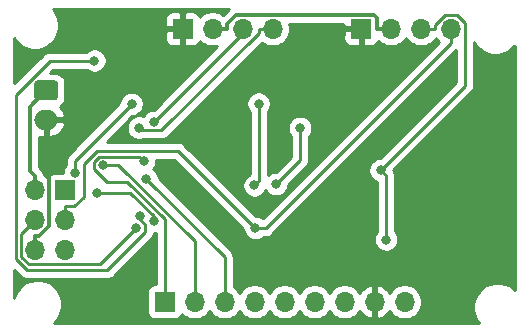
<source format=gbr>
%TF.GenerationSoftware,KiCad,Pcbnew,(5.1.8)-1*%
%TF.CreationDate,2020-12-16T21:52:19-05:00*%
%TF.ProjectId,Arduino Clone,41726475-696e-46f2-9043-6c6f6e652e6b,1.0*%
%TF.SameCoordinates,Original*%
%TF.FileFunction,Copper,L2,Bot*%
%TF.FilePolarity,Positive*%
%FSLAX46Y46*%
G04 Gerber Fmt 4.6, Leading zero omitted, Abs format (unit mm)*
G04 Created by KiCad (PCBNEW (5.1.8)-1) date 2020-12-16 21:52:19*
%MOMM*%
%LPD*%
G01*
G04 APERTURE LIST*
%TA.AperFunction,ComponentPad*%
%ADD10O,2.000000X1.700000*%
%TD*%
%TA.AperFunction,ComponentPad*%
%ADD11R,1.700000X1.700000*%
%TD*%
%TA.AperFunction,ComponentPad*%
%ADD12O,1.700000X1.700000*%
%TD*%
%TA.AperFunction,ViaPad*%
%ADD13C,0.800000*%
%TD*%
%TA.AperFunction,Conductor*%
%ADD14C,0.300000*%
%TD*%
%TA.AperFunction,Conductor*%
%ADD15C,0.250000*%
%TD*%
%TA.AperFunction,Conductor*%
%ADD16C,0.254000*%
%TD*%
%TA.AperFunction,Conductor*%
%ADD17C,0.100000*%
%TD*%
G04 APERTURE END LIST*
%TO.P,BT1,1*%
%TO.N,/Vcc*%
%TA.AperFunction,ComponentPad*%
G36*
G01*
X144982000Y-107544000D02*
X146482000Y-107544000D01*
G75*
G02*
X146732000Y-107794000I0J-250000D01*
G01*
X146732000Y-108994000D01*
G75*
G02*
X146482000Y-109244000I-250000J0D01*
G01*
X144982000Y-109244000D01*
G75*
G02*
X144732000Y-108994000I0J250000D01*
G01*
X144732000Y-107794000D01*
G75*
G02*
X144982000Y-107544000I250000J0D01*
G01*
G37*
%TD.AperFunction*%
D10*
%TO.P,BT1,2*%
%TO.N,GNDPWR*%
X145732000Y-110894000D03*
%TD*%
D11*
%TO.P,J1,1*%
%TO.N,/D2*%
X155766000Y-126302000D03*
D12*
%TO.P,J1,2*%
%TO.N,/D3*%
X158306000Y-126302000D03*
%TO.P,J1,3*%
%TO.N,/D4*%
X160846000Y-126302000D03*
%TO.P,J1,4*%
%TO.N,/D5*%
X163386000Y-126302000D03*
%TO.P,J1,5*%
%TO.N,/D6*%
X165926000Y-126302000D03*
%TO.P,J1,6*%
%TO.N,/D7*%
X168466000Y-126302000D03*
%TO.P,J1,7*%
%TO.N,/D8*%
X171006000Y-126302000D03*
%TO.P,J1,8*%
%TO.N,GNDPWR*%
X173546000Y-126302000D03*
%TO.P,J1,9*%
%TO.N,/Vcc*%
X176086000Y-126302000D03*
%TD*%
D11*
%TO.P,J2,1*%
%TO.N,/MISO*%
X147320000Y-116840000D03*
D12*
%TO.P,J2,2*%
%TO.N,/Vcc*%
X144780000Y-116840000D03*
%TO.P,J2,3*%
%TO.N,/SCK*%
X147320000Y-119380000D03*
%TO.P,J2,4*%
%TO.N,/MOSI*%
X144780000Y-119380000D03*
%TO.P,J2,5*%
%TO.N,/RESET*%
X147320000Y-121920000D03*
%TO.P,J2,6*%
%TO.N,GNDPWR*%
X144780000Y-121920000D03*
%TD*%
%TO.P,J3,4*%
%TO.N,/Tx*%
X164910000Y-103188000D03*
%TO.P,J3,3*%
%TO.N,/Rx*%
X162370000Y-103188000D03*
%TO.P,J3,2*%
%TO.N,/Vcc*%
X159830000Y-103188000D03*
D11*
%TO.P,J3,1*%
%TO.N,GNDPWR*%
X157290000Y-103188000D03*
%TD*%
%TO.P,J4,1*%
%TO.N,GNDPWR*%
X172402000Y-103188000D03*
D12*
%TO.P,J4,2*%
%TO.N,/Vcc*%
X174942000Y-103188000D03*
%TO.P,J4,3*%
%TO.N,/SDA*%
X177482000Y-103188000D03*
%TO.P,J4,4*%
%TO.N,/SCK*%
X180022000Y-103188000D03*
%TD*%
D13*
%TO.N,Net-(C1-Pad1)*%
X153724700Y-119042200D03*
X149831600Y-105872200D03*
%TO.N,Net-(C2-Pad1)*%
X152984800Y-109542800D03*
X148185800Y-115383000D03*
%TO.N,/SCK*%
X163460900Y-120065500D03*
%TO.N,/D2*%
X154016300Y-114382300D03*
%TO.N,/D3*%
X150541500Y-114729900D03*
%TO.N,/D4*%
X154225000Y-115883000D03*
%TO.N,/MISO*%
X150053600Y-117063200D03*
X154837400Y-119433900D03*
%TO.N,/MOSI*%
X153389100Y-120042900D03*
%TO.N,/Tx*%
X153599200Y-111556500D03*
%TO.N,/Rx*%
X154872500Y-111059400D03*
%TO.N,/SDA*%
X174527600Y-121027500D03*
X174060100Y-115142000D03*
%TO.N,/ADDS1*%
X163735500Y-109511700D03*
X163369100Y-116441300D03*
%TO.N,/ADDS2*%
X165201800Y-116342000D03*
X167234300Y-111569000D03*
%TD*%
D14*
%TO.N,/Vcc*%
X159830000Y-103188000D02*
X161030300Y-103188000D01*
X174942000Y-103188000D02*
X173741700Y-103188000D01*
X161030300Y-103188000D02*
X161030300Y-102812900D01*
X161030300Y-102812900D02*
X161855600Y-101987600D01*
X161855600Y-101987600D02*
X173478000Y-101987600D01*
X173478000Y-101987600D02*
X173741700Y-102251300D01*
X173741700Y-102251300D02*
X173741700Y-103188000D01*
X144780000Y-116840000D02*
X144780000Y-115639700D01*
X144780000Y-115639700D02*
X144357400Y-115217100D01*
X144357400Y-115217100D02*
X144357400Y-109768600D01*
X144357400Y-109768600D02*
X145732000Y-108394000D01*
%TO.N,GNDPWR*%
X157290000Y-103188000D02*
X156089700Y-103188000D01*
X156089700Y-103188000D02*
X148383700Y-110894000D01*
X148383700Y-110894000D02*
X145732000Y-110894000D01*
X145732000Y-110894000D02*
X145732000Y-112094300D01*
X144780000Y-121920000D02*
X144780000Y-120719700D01*
X144780000Y-120719700D02*
X145155100Y-120719700D01*
X145155100Y-120719700D02*
X146022700Y-119852100D01*
X146022700Y-119852100D02*
X146022700Y-112385000D01*
X146022700Y-112385000D02*
X145732000Y-112094300D01*
D15*
%TO.N,Net-(C1-Pad1)*%
X153724700Y-119042200D02*
X153724700Y-119346900D01*
X153724700Y-119346900D02*
X154114500Y-119736700D01*
X154114500Y-119736700D02*
X154114500Y-120422600D01*
X154114500Y-120422600D02*
X150922900Y-123614200D01*
X150922900Y-123614200D02*
X144115600Y-123614200D01*
X144115600Y-123614200D02*
X143152900Y-122651500D01*
X143152900Y-122651500D02*
X143152900Y-108760900D01*
X143152900Y-108760900D02*
X146041600Y-105872200D01*
X146041600Y-105872200D02*
X149831600Y-105872200D01*
%TO.N,Net-(C2-Pad1)*%
X148185800Y-115383000D02*
X148185800Y-114341800D01*
X148185800Y-114341800D02*
X152984800Y-109542800D01*
%TO.N,/SCK*%
X147320000Y-118204700D02*
X148128100Y-118204700D01*
X148128100Y-118204700D02*
X148945600Y-117387200D01*
X148945600Y-117387200D02*
X148945600Y-114619100D01*
X148945600Y-114619100D02*
X150071800Y-113492900D01*
X150071800Y-113492900D02*
X156888300Y-113492900D01*
X156888300Y-113492900D02*
X163460900Y-120065500D01*
X163460900Y-120065500D02*
X164319800Y-120065500D01*
X164319800Y-120065500D02*
X180022000Y-104363300D01*
X147320000Y-119380000D02*
X147320000Y-118204700D01*
X180022000Y-103188000D02*
X180022000Y-104363300D01*
%TO.N,/D2*%
X155766000Y-125126700D02*
X155766000Y-119326000D01*
X155766000Y-119326000D02*
X152624500Y-116184500D01*
X152624500Y-116184500D02*
X150918500Y-116184500D01*
X150918500Y-116184500D02*
X149798100Y-115064100D01*
X149798100Y-115064100D02*
X149798100Y-114447500D01*
X149798100Y-114447500D02*
X150241100Y-114004500D01*
X150241100Y-114004500D02*
X153638500Y-114004500D01*
X153638500Y-114004500D02*
X154016300Y-114382300D01*
X155766000Y-126302000D02*
X155766000Y-125126700D01*
%TO.N,/D3*%
X158306000Y-125126700D02*
X158306000Y-121172100D01*
X158306000Y-121172100D02*
X151863800Y-114729900D01*
X151863800Y-114729900D02*
X150541500Y-114729900D01*
X158306000Y-126302000D02*
X158306000Y-125126700D01*
%TO.N,/D4*%
X160846000Y-126302000D02*
X160846000Y-122504000D01*
X160846000Y-122504000D02*
X154225000Y-115883000D01*
%TO.N,/MISO*%
X154837400Y-119433900D02*
X154837400Y-119048900D01*
X154837400Y-119048900D02*
X152851700Y-117063200D01*
X152851700Y-117063200D02*
X150053600Y-117063200D01*
%TO.N,/MOSI*%
X153389100Y-120042900D02*
X150321600Y-123110400D01*
X150321600Y-123110400D02*
X144250100Y-123110400D01*
X144250100Y-123110400D02*
X143604600Y-122464900D01*
X143604600Y-122464900D02*
X143604600Y-120555400D01*
X143604600Y-120555400D02*
X144780000Y-119380000D01*
%TO.N,/Tx*%
X163734700Y-103188000D02*
X163734700Y-103555300D01*
X163734700Y-103555300D02*
X155499600Y-111790400D01*
X155499600Y-111790400D02*
X153833100Y-111790400D01*
X153833100Y-111790400D02*
X153599200Y-111556500D01*
X164910000Y-103188000D02*
X163734700Y-103188000D01*
%TO.N,/Rx*%
X154872500Y-111059400D02*
X162370000Y-103561900D01*
X162370000Y-103561900D02*
X162370000Y-103188000D01*
%TO.N,/SDA*%
X174060100Y-115142000D02*
X174527600Y-115609500D01*
X174527600Y-115609500D02*
X174527600Y-121027500D01*
X178657300Y-103188000D02*
X178657300Y-102820700D01*
X178657300Y-102820700D02*
X179483600Y-101994400D01*
X179483600Y-101994400D02*
X180499900Y-101994400D01*
X180499900Y-101994400D02*
X181201600Y-102696100D01*
X181201600Y-102696100D02*
X181201600Y-108000500D01*
X181201600Y-108000500D02*
X174060100Y-115142000D01*
X177482000Y-103188000D02*
X178657300Y-103188000D01*
%TO.N,/ADDS1*%
X163735500Y-109511700D02*
X163735500Y-116074900D01*
X163735500Y-116074900D02*
X163369100Y-116441300D01*
%TO.N,/ADDS2*%
X165201800Y-116342000D02*
X167234300Y-114309500D01*
X167234300Y-114309500D02*
X167234300Y-111569000D01*
%TD*%
D16*
%TO.N,GNDPWR*%
X182163457Y-104632135D02*
X182451365Y-104920043D01*
X182789909Y-105146250D01*
X183166079Y-105302065D01*
X183565418Y-105381499D01*
X183972582Y-105381499D01*
X184371921Y-105302065D01*
X184748091Y-105146250D01*
X185086635Y-104920043D01*
X185374543Y-104632135D01*
X185395000Y-104601519D01*
X185395001Y-125258323D01*
X185277135Y-125140457D01*
X184938591Y-124914250D01*
X184562421Y-124758435D01*
X184163082Y-124679001D01*
X183755918Y-124679001D01*
X183356579Y-124758435D01*
X182980409Y-124914250D01*
X182641865Y-125140457D01*
X182353957Y-125428365D01*
X182127750Y-125766909D01*
X181971935Y-126143079D01*
X181892501Y-126542418D01*
X181892501Y-126949582D01*
X181971935Y-127348921D01*
X182127750Y-127725091D01*
X182347853Y-128054500D01*
X146394678Y-128054500D01*
X146639543Y-127809635D01*
X146865750Y-127471091D01*
X147021565Y-127094921D01*
X147100999Y-126695582D01*
X147100999Y-126288418D01*
X147021565Y-125889079D01*
X146865750Y-125512909D01*
X146639543Y-125174365D01*
X146351635Y-124886457D01*
X146013091Y-124660250D01*
X145636921Y-124504435D01*
X145237582Y-124425001D01*
X144830418Y-124425001D01*
X144431079Y-124504435D01*
X144054909Y-124660250D01*
X143716365Y-124886457D01*
X143428457Y-125174365D01*
X143202250Y-125512909D01*
X143046435Y-125889079D01*
X143027000Y-125986785D01*
X143027000Y-123600402D01*
X143551805Y-124125208D01*
X143575599Y-124154201D01*
X143604592Y-124177995D01*
X143604596Y-124177999D01*
X143675285Y-124236011D01*
X143691324Y-124249174D01*
X143823353Y-124319746D01*
X143966614Y-124363203D01*
X144078267Y-124374200D01*
X144078276Y-124374200D01*
X144115599Y-124377876D01*
X144152922Y-124374200D01*
X150885578Y-124374200D01*
X150922900Y-124377876D01*
X150960222Y-124374200D01*
X150960233Y-124374200D01*
X151071886Y-124363203D01*
X151215147Y-124319746D01*
X151347176Y-124249174D01*
X151462901Y-124154201D01*
X151486704Y-124125197D01*
X154625503Y-120986399D01*
X154654501Y-120962601D01*
X154684899Y-120925561D01*
X154749474Y-120846877D01*
X154820046Y-120714847D01*
X154863503Y-120571586D01*
X154873617Y-120468900D01*
X154939339Y-120468900D01*
X155006001Y-120455640D01*
X155006000Y-124813928D01*
X154916000Y-124813928D01*
X154791518Y-124826188D01*
X154671820Y-124862498D01*
X154561506Y-124921463D01*
X154464815Y-125000815D01*
X154385463Y-125097506D01*
X154326498Y-125207820D01*
X154290188Y-125327518D01*
X154277928Y-125452000D01*
X154277928Y-127152000D01*
X154290188Y-127276482D01*
X154326498Y-127396180D01*
X154385463Y-127506494D01*
X154464815Y-127603185D01*
X154561506Y-127682537D01*
X154671820Y-127741502D01*
X154791518Y-127777812D01*
X154916000Y-127790072D01*
X156616000Y-127790072D01*
X156740482Y-127777812D01*
X156860180Y-127741502D01*
X156970494Y-127682537D01*
X157067185Y-127603185D01*
X157146537Y-127506494D01*
X157205502Y-127396180D01*
X157227513Y-127323620D01*
X157359368Y-127455475D01*
X157602589Y-127617990D01*
X157872842Y-127729932D01*
X158159740Y-127787000D01*
X158452260Y-127787000D01*
X158739158Y-127729932D01*
X159009411Y-127617990D01*
X159252632Y-127455475D01*
X159459475Y-127248632D01*
X159576000Y-127074240D01*
X159692525Y-127248632D01*
X159899368Y-127455475D01*
X160142589Y-127617990D01*
X160412842Y-127729932D01*
X160699740Y-127787000D01*
X160992260Y-127787000D01*
X161279158Y-127729932D01*
X161549411Y-127617990D01*
X161792632Y-127455475D01*
X161999475Y-127248632D01*
X162116000Y-127074240D01*
X162232525Y-127248632D01*
X162439368Y-127455475D01*
X162682589Y-127617990D01*
X162952842Y-127729932D01*
X163239740Y-127787000D01*
X163532260Y-127787000D01*
X163819158Y-127729932D01*
X164089411Y-127617990D01*
X164332632Y-127455475D01*
X164539475Y-127248632D01*
X164656000Y-127074240D01*
X164772525Y-127248632D01*
X164979368Y-127455475D01*
X165222589Y-127617990D01*
X165492842Y-127729932D01*
X165779740Y-127787000D01*
X166072260Y-127787000D01*
X166359158Y-127729932D01*
X166629411Y-127617990D01*
X166872632Y-127455475D01*
X167079475Y-127248632D01*
X167196000Y-127074240D01*
X167312525Y-127248632D01*
X167519368Y-127455475D01*
X167762589Y-127617990D01*
X168032842Y-127729932D01*
X168319740Y-127787000D01*
X168612260Y-127787000D01*
X168899158Y-127729932D01*
X169169411Y-127617990D01*
X169412632Y-127455475D01*
X169619475Y-127248632D01*
X169736000Y-127074240D01*
X169852525Y-127248632D01*
X170059368Y-127455475D01*
X170302589Y-127617990D01*
X170572842Y-127729932D01*
X170859740Y-127787000D01*
X171152260Y-127787000D01*
X171439158Y-127729932D01*
X171709411Y-127617990D01*
X171952632Y-127455475D01*
X172159475Y-127248632D01*
X172281195Y-127066466D01*
X172350822Y-127183355D01*
X172545731Y-127399588D01*
X172779080Y-127573641D01*
X173041901Y-127698825D01*
X173189110Y-127743476D01*
X173419000Y-127622155D01*
X173419000Y-126429000D01*
X173399000Y-126429000D01*
X173399000Y-126175000D01*
X173419000Y-126175000D01*
X173419000Y-124981845D01*
X173673000Y-124981845D01*
X173673000Y-126175000D01*
X173693000Y-126175000D01*
X173693000Y-126429000D01*
X173673000Y-126429000D01*
X173673000Y-127622155D01*
X173902890Y-127743476D01*
X174050099Y-127698825D01*
X174312920Y-127573641D01*
X174546269Y-127399588D01*
X174741178Y-127183355D01*
X174810805Y-127066466D01*
X174932525Y-127248632D01*
X175139368Y-127455475D01*
X175382589Y-127617990D01*
X175652842Y-127729932D01*
X175939740Y-127787000D01*
X176232260Y-127787000D01*
X176519158Y-127729932D01*
X176789411Y-127617990D01*
X177032632Y-127455475D01*
X177239475Y-127248632D01*
X177401990Y-127005411D01*
X177513932Y-126735158D01*
X177571000Y-126448260D01*
X177571000Y-126155740D01*
X177513932Y-125868842D01*
X177401990Y-125598589D01*
X177239475Y-125355368D01*
X177032632Y-125148525D01*
X176789411Y-124986010D01*
X176519158Y-124874068D01*
X176232260Y-124817000D01*
X175939740Y-124817000D01*
X175652842Y-124874068D01*
X175382589Y-124986010D01*
X175139368Y-125148525D01*
X174932525Y-125355368D01*
X174810805Y-125537534D01*
X174741178Y-125420645D01*
X174546269Y-125204412D01*
X174312920Y-125030359D01*
X174050099Y-124905175D01*
X173902890Y-124860524D01*
X173673000Y-124981845D01*
X173419000Y-124981845D01*
X173189110Y-124860524D01*
X173041901Y-124905175D01*
X172779080Y-125030359D01*
X172545731Y-125204412D01*
X172350822Y-125420645D01*
X172281195Y-125537534D01*
X172159475Y-125355368D01*
X171952632Y-125148525D01*
X171709411Y-124986010D01*
X171439158Y-124874068D01*
X171152260Y-124817000D01*
X170859740Y-124817000D01*
X170572842Y-124874068D01*
X170302589Y-124986010D01*
X170059368Y-125148525D01*
X169852525Y-125355368D01*
X169736000Y-125529760D01*
X169619475Y-125355368D01*
X169412632Y-125148525D01*
X169169411Y-124986010D01*
X168899158Y-124874068D01*
X168612260Y-124817000D01*
X168319740Y-124817000D01*
X168032842Y-124874068D01*
X167762589Y-124986010D01*
X167519368Y-125148525D01*
X167312525Y-125355368D01*
X167196000Y-125529760D01*
X167079475Y-125355368D01*
X166872632Y-125148525D01*
X166629411Y-124986010D01*
X166359158Y-124874068D01*
X166072260Y-124817000D01*
X165779740Y-124817000D01*
X165492842Y-124874068D01*
X165222589Y-124986010D01*
X164979368Y-125148525D01*
X164772525Y-125355368D01*
X164656000Y-125529760D01*
X164539475Y-125355368D01*
X164332632Y-125148525D01*
X164089411Y-124986010D01*
X163819158Y-124874068D01*
X163532260Y-124817000D01*
X163239740Y-124817000D01*
X162952842Y-124874068D01*
X162682589Y-124986010D01*
X162439368Y-125148525D01*
X162232525Y-125355368D01*
X162116000Y-125529760D01*
X161999475Y-125355368D01*
X161792632Y-125148525D01*
X161606000Y-125023822D01*
X161606000Y-122541322D01*
X161609676Y-122504000D01*
X161606000Y-122466677D01*
X161606000Y-122466667D01*
X161595003Y-122355014D01*
X161551546Y-122211753D01*
X161530647Y-122172654D01*
X161480974Y-122079723D01*
X161409799Y-121992997D01*
X161386001Y-121963999D01*
X161357003Y-121940201D01*
X155260000Y-115843199D01*
X155260000Y-115781061D01*
X155220226Y-115581102D01*
X155142205Y-115392744D01*
X155028937Y-115223226D01*
X154884774Y-115079063D01*
X154823070Y-115037834D01*
X154933505Y-114872556D01*
X155011526Y-114684198D01*
X155051300Y-114484239D01*
X155051300Y-114280361D01*
X155045838Y-114252900D01*
X156573499Y-114252900D01*
X162425900Y-120105302D01*
X162425900Y-120167439D01*
X162465674Y-120367398D01*
X162543695Y-120555756D01*
X162656963Y-120725274D01*
X162801126Y-120869437D01*
X162970644Y-120982705D01*
X163159002Y-121060726D01*
X163358961Y-121100500D01*
X163562839Y-121100500D01*
X163762798Y-121060726D01*
X163951156Y-120982705D01*
X164120674Y-120869437D01*
X164164611Y-120825500D01*
X164282478Y-120825500D01*
X164319800Y-120829176D01*
X164357122Y-120825500D01*
X164357133Y-120825500D01*
X164468786Y-120814503D01*
X164612047Y-120771046D01*
X164744076Y-120700474D01*
X164859801Y-120605501D01*
X164883604Y-120576497D01*
X180441600Y-105018502D01*
X180441601Y-107685697D01*
X174020299Y-114107000D01*
X173958161Y-114107000D01*
X173758202Y-114146774D01*
X173569844Y-114224795D01*
X173400326Y-114338063D01*
X173256163Y-114482226D01*
X173142895Y-114651744D01*
X173064874Y-114840102D01*
X173025100Y-115040061D01*
X173025100Y-115243939D01*
X173064874Y-115443898D01*
X173142895Y-115632256D01*
X173256163Y-115801774D01*
X173400326Y-115945937D01*
X173569844Y-116059205D01*
X173758202Y-116137226D01*
X173767600Y-116139095D01*
X173767601Y-120323788D01*
X173723663Y-120367726D01*
X173610395Y-120537244D01*
X173532374Y-120725602D01*
X173492600Y-120925561D01*
X173492600Y-121129439D01*
X173532374Y-121329398D01*
X173610395Y-121517756D01*
X173723663Y-121687274D01*
X173867826Y-121831437D01*
X174037344Y-121944705D01*
X174225702Y-122022726D01*
X174425661Y-122062500D01*
X174629539Y-122062500D01*
X174829498Y-122022726D01*
X175017856Y-121944705D01*
X175187374Y-121831437D01*
X175331537Y-121687274D01*
X175444805Y-121517756D01*
X175522826Y-121329398D01*
X175562600Y-121129439D01*
X175562600Y-120925561D01*
X175522826Y-120725602D01*
X175444805Y-120537244D01*
X175331537Y-120367726D01*
X175287600Y-120323789D01*
X175287600Y-115646823D01*
X175291276Y-115609500D01*
X175287600Y-115572177D01*
X175287600Y-115572167D01*
X175276603Y-115460514D01*
X175233146Y-115317253D01*
X175162574Y-115185224D01*
X175130617Y-115146284D01*
X181712603Y-108564299D01*
X181741601Y-108540501D01*
X181793961Y-108476700D01*
X181836574Y-108424777D01*
X181907146Y-108292747D01*
X181928940Y-108220899D01*
X181950603Y-108149486D01*
X181961600Y-108037833D01*
X181961600Y-108037824D01*
X181965276Y-108000501D01*
X181961600Y-107963178D01*
X181961600Y-104330033D01*
X182163457Y-104632135D01*
%TA.AperFunction,Conductor*%
D17*
G36*
X182163457Y-104632135D02*
G01*
X182451365Y-104920043D01*
X182789909Y-105146250D01*
X183166079Y-105302065D01*
X183565418Y-105381499D01*
X183972582Y-105381499D01*
X184371921Y-105302065D01*
X184748091Y-105146250D01*
X185086635Y-104920043D01*
X185374543Y-104632135D01*
X185395000Y-104601519D01*
X185395001Y-125258323D01*
X185277135Y-125140457D01*
X184938591Y-124914250D01*
X184562421Y-124758435D01*
X184163082Y-124679001D01*
X183755918Y-124679001D01*
X183356579Y-124758435D01*
X182980409Y-124914250D01*
X182641865Y-125140457D01*
X182353957Y-125428365D01*
X182127750Y-125766909D01*
X181971935Y-126143079D01*
X181892501Y-126542418D01*
X181892501Y-126949582D01*
X181971935Y-127348921D01*
X182127750Y-127725091D01*
X182347853Y-128054500D01*
X146394678Y-128054500D01*
X146639543Y-127809635D01*
X146865750Y-127471091D01*
X147021565Y-127094921D01*
X147100999Y-126695582D01*
X147100999Y-126288418D01*
X147021565Y-125889079D01*
X146865750Y-125512909D01*
X146639543Y-125174365D01*
X146351635Y-124886457D01*
X146013091Y-124660250D01*
X145636921Y-124504435D01*
X145237582Y-124425001D01*
X144830418Y-124425001D01*
X144431079Y-124504435D01*
X144054909Y-124660250D01*
X143716365Y-124886457D01*
X143428457Y-125174365D01*
X143202250Y-125512909D01*
X143046435Y-125889079D01*
X143027000Y-125986785D01*
X143027000Y-123600402D01*
X143551805Y-124125208D01*
X143575599Y-124154201D01*
X143604592Y-124177995D01*
X143604596Y-124177999D01*
X143675285Y-124236011D01*
X143691324Y-124249174D01*
X143823353Y-124319746D01*
X143966614Y-124363203D01*
X144078267Y-124374200D01*
X144078276Y-124374200D01*
X144115599Y-124377876D01*
X144152922Y-124374200D01*
X150885578Y-124374200D01*
X150922900Y-124377876D01*
X150960222Y-124374200D01*
X150960233Y-124374200D01*
X151071886Y-124363203D01*
X151215147Y-124319746D01*
X151347176Y-124249174D01*
X151462901Y-124154201D01*
X151486704Y-124125197D01*
X154625503Y-120986399D01*
X154654501Y-120962601D01*
X154684899Y-120925561D01*
X154749474Y-120846877D01*
X154820046Y-120714847D01*
X154863503Y-120571586D01*
X154873617Y-120468900D01*
X154939339Y-120468900D01*
X155006001Y-120455640D01*
X155006000Y-124813928D01*
X154916000Y-124813928D01*
X154791518Y-124826188D01*
X154671820Y-124862498D01*
X154561506Y-124921463D01*
X154464815Y-125000815D01*
X154385463Y-125097506D01*
X154326498Y-125207820D01*
X154290188Y-125327518D01*
X154277928Y-125452000D01*
X154277928Y-127152000D01*
X154290188Y-127276482D01*
X154326498Y-127396180D01*
X154385463Y-127506494D01*
X154464815Y-127603185D01*
X154561506Y-127682537D01*
X154671820Y-127741502D01*
X154791518Y-127777812D01*
X154916000Y-127790072D01*
X156616000Y-127790072D01*
X156740482Y-127777812D01*
X156860180Y-127741502D01*
X156970494Y-127682537D01*
X157067185Y-127603185D01*
X157146537Y-127506494D01*
X157205502Y-127396180D01*
X157227513Y-127323620D01*
X157359368Y-127455475D01*
X157602589Y-127617990D01*
X157872842Y-127729932D01*
X158159740Y-127787000D01*
X158452260Y-127787000D01*
X158739158Y-127729932D01*
X159009411Y-127617990D01*
X159252632Y-127455475D01*
X159459475Y-127248632D01*
X159576000Y-127074240D01*
X159692525Y-127248632D01*
X159899368Y-127455475D01*
X160142589Y-127617990D01*
X160412842Y-127729932D01*
X160699740Y-127787000D01*
X160992260Y-127787000D01*
X161279158Y-127729932D01*
X161549411Y-127617990D01*
X161792632Y-127455475D01*
X161999475Y-127248632D01*
X162116000Y-127074240D01*
X162232525Y-127248632D01*
X162439368Y-127455475D01*
X162682589Y-127617990D01*
X162952842Y-127729932D01*
X163239740Y-127787000D01*
X163532260Y-127787000D01*
X163819158Y-127729932D01*
X164089411Y-127617990D01*
X164332632Y-127455475D01*
X164539475Y-127248632D01*
X164656000Y-127074240D01*
X164772525Y-127248632D01*
X164979368Y-127455475D01*
X165222589Y-127617990D01*
X165492842Y-127729932D01*
X165779740Y-127787000D01*
X166072260Y-127787000D01*
X166359158Y-127729932D01*
X166629411Y-127617990D01*
X166872632Y-127455475D01*
X167079475Y-127248632D01*
X167196000Y-127074240D01*
X167312525Y-127248632D01*
X167519368Y-127455475D01*
X167762589Y-127617990D01*
X168032842Y-127729932D01*
X168319740Y-127787000D01*
X168612260Y-127787000D01*
X168899158Y-127729932D01*
X169169411Y-127617990D01*
X169412632Y-127455475D01*
X169619475Y-127248632D01*
X169736000Y-127074240D01*
X169852525Y-127248632D01*
X170059368Y-127455475D01*
X170302589Y-127617990D01*
X170572842Y-127729932D01*
X170859740Y-127787000D01*
X171152260Y-127787000D01*
X171439158Y-127729932D01*
X171709411Y-127617990D01*
X171952632Y-127455475D01*
X172159475Y-127248632D01*
X172281195Y-127066466D01*
X172350822Y-127183355D01*
X172545731Y-127399588D01*
X172779080Y-127573641D01*
X173041901Y-127698825D01*
X173189110Y-127743476D01*
X173419000Y-127622155D01*
X173419000Y-126429000D01*
X173399000Y-126429000D01*
X173399000Y-126175000D01*
X173419000Y-126175000D01*
X173419000Y-124981845D01*
X173673000Y-124981845D01*
X173673000Y-126175000D01*
X173693000Y-126175000D01*
X173693000Y-126429000D01*
X173673000Y-126429000D01*
X173673000Y-127622155D01*
X173902890Y-127743476D01*
X174050099Y-127698825D01*
X174312920Y-127573641D01*
X174546269Y-127399588D01*
X174741178Y-127183355D01*
X174810805Y-127066466D01*
X174932525Y-127248632D01*
X175139368Y-127455475D01*
X175382589Y-127617990D01*
X175652842Y-127729932D01*
X175939740Y-127787000D01*
X176232260Y-127787000D01*
X176519158Y-127729932D01*
X176789411Y-127617990D01*
X177032632Y-127455475D01*
X177239475Y-127248632D01*
X177401990Y-127005411D01*
X177513932Y-126735158D01*
X177571000Y-126448260D01*
X177571000Y-126155740D01*
X177513932Y-125868842D01*
X177401990Y-125598589D01*
X177239475Y-125355368D01*
X177032632Y-125148525D01*
X176789411Y-124986010D01*
X176519158Y-124874068D01*
X176232260Y-124817000D01*
X175939740Y-124817000D01*
X175652842Y-124874068D01*
X175382589Y-124986010D01*
X175139368Y-125148525D01*
X174932525Y-125355368D01*
X174810805Y-125537534D01*
X174741178Y-125420645D01*
X174546269Y-125204412D01*
X174312920Y-125030359D01*
X174050099Y-124905175D01*
X173902890Y-124860524D01*
X173673000Y-124981845D01*
X173419000Y-124981845D01*
X173189110Y-124860524D01*
X173041901Y-124905175D01*
X172779080Y-125030359D01*
X172545731Y-125204412D01*
X172350822Y-125420645D01*
X172281195Y-125537534D01*
X172159475Y-125355368D01*
X171952632Y-125148525D01*
X171709411Y-124986010D01*
X171439158Y-124874068D01*
X171152260Y-124817000D01*
X170859740Y-124817000D01*
X170572842Y-124874068D01*
X170302589Y-124986010D01*
X170059368Y-125148525D01*
X169852525Y-125355368D01*
X169736000Y-125529760D01*
X169619475Y-125355368D01*
X169412632Y-125148525D01*
X169169411Y-124986010D01*
X168899158Y-124874068D01*
X168612260Y-124817000D01*
X168319740Y-124817000D01*
X168032842Y-124874068D01*
X167762589Y-124986010D01*
X167519368Y-125148525D01*
X167312525Y-125355368D01*
X167196000Y-125529760D01*
X167079475Y-125355368D01*
X166872632Y-125148525D01*
X166629411Y-124986010D01*
X166359158Y-124874068D01*
X166072260Y-124817000D01*
X165779740Y-124817000D01*
X165492842Y-124874068D01*
X165222589Y-124986010D01*
X164979368Y-125148525D01*
X164772525Y-125355368D01*
X164656000Y-125529760D01*
X164539475Y-125355368D01*
X164332632Y-125148525D01*
X164089411Y-124986010D01*
X163819158Y-124874068D01*
X163532260Y-124817000D01*
X163239740Y-124817000D01*
X162952842Y-124874068D01*
X162682589Y-124986010D01*
X162439368Y-125148525D01*
X162232525Y-125355368D01*
X162116000Y-125529760D01*
X161999475Y-125355368D01*
X161792632Y-125148525D01*
X161606000Y-125023822D01*
X161606000Y-122541322D01*
X161609676Y-122504000D01*
X161606000Y-122466677D01*
X161606000Y-122466667D01*
X161595003Y-122355014D01*
X161551546Y-122211753D01*
X161530647Y-122172654D01*
X161480974Y-122079723D01*
X161409799Y-121992997D01*
X161386001Y-121963999D01*
X161357003Y-121940201D01*
X155260000Y-115843199D01*
X155260000Y-115781061D01*
X155220226Y-115581102D01*
X155142205Y-115392744D01*
X155028937Y-115223226D01*
X154884774Y-115079063D01*
X154823070Y-115037834D01*
X154933505Y-114872556D01*
X155011526Y-114684198D01*
X155051300Y-114484239D01*
X155051300Y-114280361D01*
X155045838Y-114252900D01*
X156573499Y-114252900D01*
X162425900Y-120105302D01*
X162425900Y-120167439D01*
X162465674Y-120367398D01*
X162543695Y-120555756D01*
X162656963Y-120725274D01*
X162801126Y-120869437D01*
X162970644Y-120982705D01*
X163159002Y-121060726D01*
X163358961Y-121100500D01*
X163562839Y-121100500D01*
X163762798Y-121060726D01*
X163951156Y-120982705D01*
X164120674Y-120869437D01*
X164164611Y-120825500D01*
X164282478Y-120825500D01*
X164319800Y-120829176D01*
X164357122Y-120825500D01*
X164357133Y-120825500D01*
X164468786Y-120814503D01*
X164612047Y-120771046D01*
X164744076Y-120700474D01*
X164859801Y-120605501D01*
X164883604Y-120576497D01*
X180441600Y-105018502D01*
X180441601Y-107685697D01*
X174020299Y-114107000D01*
X173958161Y-114107000D01*
X173758202Y-114146774D01*
X173569844Y-114224795D01*
X173400326Y-114338063D01*
X173256163Y-114482226D01*
X173142895Y-114651744D01*
X173064874Y-114840102D01*
X173025100Y-115040061D01*
X173025100Y-115243939D01*
X173064874Y-115443898D01*
X173142895Y-115632256D01*
X173256163Y-115801774D01*
X173400326Y-115945937D01*
X173569844Y-116059205D01*
X173758202Y-116137226D01*
X173767600Y-116139095D01*
X173767601Y-120323788D01*
X173723663Y-120367726D01*
X173610395Y-120537244D01*
X173532374Y-120725602D01*
X173492600Y-120925561D01*
X173492600Y-121129439D01*
X173532374Y-121329398D01*
X173610395Y-121517756D01*
X173723663Y-121687274D01*
X173867826Y-121831437D01*
X174037344Y-121944705D01*
X174225702Y-122022726D01*
X174425661Y-122062500D01*
X174629539Y-122062500D01*
X174829498Y-122022726D01*
X175017856Y-121944705D01*
X175187374Y-121831437D01*
X175331537Y-121687274D01*
X175444805Y-121517756D01*
X175522826Y-121329398D01*
X175562600Y-121129439D01*
X175562600Y-120925561D01*
X175522826Y-120725602D01*
X175444805Y-120537244D01*
X175331537Y-120367726D01*
X175287600Y-120323789D01*
X175287600Y-115646823D01*
X175291276Y-115609500D01*
X175287600Y-115572177D01*
X175287600Y-115572167D01*
X175276603Y-115460514D01*
X175233146Y-115317253D01*
X175162574Y-115185224D01*
X175130617Y-115146284D01*
X181712603Y-108564299D01*
X181741601Y-108540501D01*
X181793961Y-108476700D01*
X181836574Y-108424777D01*
X181907146Y-108292747D01*
X181928940Y-108220899D01*
X181950603Y-108149486D01*
X181961600Y-108037833D01*
X181961600Y-108037824D01*
X181965276Y-108000501D01*
X181961600Y-107963178D01*
X181961600Y-104330033D01*
X182163457Y-104632135D01*
G37*
%TD.AperFunction*%
D16*
X144907000Y-121793000D02*
X144927000Y-121793000D01*
X144927000Y-122047000D01*
X144907000Y-122047000D01*
X144907000Y-122067000D01*
X144653000Y-122067000D01*
X144653000Y-122047000D01*
X144633000Y-122047000D01*
X144633000Y-121793000D01*
X144653000Y-121793000D01*
X144653000Y-121773000D01*
X144907000Y-121773000D01*
X144907000Y-121793000D01*
%TA.AperFunction,Conductor*%
D17*
G36*
X144907000Y-121793000D02*
G01*
X144927000Y-121793000D01*
X144927000Y-122047000D01*
X144907000Y-122047000D01*
X144907000Y-122067000D01*
X144653000Y-122067000D01*
X144653000Y-122047000D01*
X144633000Y-122047000D01*
X144633000Y-121793000D01*
X144653000Y-121793000D01*
X144653000Y-121773000D01*
X144907000Y-121773000D01*
X144907000Y-121793000D01*
G37*
%TD.AperFunction*%
D16*
X160729806Y-102003237D02*
X160533411Y-101872010D01*
X160263158Y-101760068D01*
X159976260Y-101703000D01*
X159683740Y-101703000D01*
X159396842Y-101760068D01*
X159126589Y-101872010D01*
X158883368Y-102034525D01*
X158751513Y-102166380D01*
X158729502Y-102093820D01*
X158670537Y-101983506D01*
X158591185Y-101886815D01*
X158494494Y-101807463D01*
X158384180Y-101748498D01*
X158264482Y-101712188D01*
X158140000Y-101699928D01*
X157575750Y-101703000D01*
X157417000Y-101861750D01*
X157417000Y-103061000D01*
X157437000Y-103061000D01*
X157437000Y-103315000D01*
X157417000Y-103315000D01*
X157417000Y-104514250D01*
X157575750Y-104673000D01*
X158140000Y-104676072D01*
X158264482Y-104663812D01*
X158384180Y-104627502D01*
X158494494Y-104568537D01*
X158591185Y-104489185D01*
X158670537Y-104392494D01*
X158729502Y-104282180D01*
X158751513Y-104209620D01*
X158883368Y-104341475D01*
X159126589Y-104503990D01*
X159396842Y-104615932D01*
X159683740Y-104673000D01*
X159976260Y-104673000D01*
X160235706Y-104621393D01*
X154832699Y-110024400D01*
X154770561Y-110024400D01*
X154570602Y-110064174D01*
X154382244Y-110142195D01*
X154212726Y-110255463D01*
X154068563Y-110399626D01*
X153955295Y-110569144D01*
X153950140Y-110581588D01*
X153901098Y-110561274D01*
X153701139Y-110521500D01*
X153497261Y-110521500D01*
X153297302Y-110561274D01*
X153108944Y-110639295D01*
X152939426Y-110752563D01*
X152795263Y-110896726D01*
X152681995Y-111066244D01*
X152603974Y-111254602D01*
X152564200Y-111454561D01*
X152564200Y-111658439D01*
X152603974Y-111858398D01*
X152681995Y-112046756D01*
X152795263Y-112216274D01*
X152939426Y-112360437D01*
X153108944Y-112473705D01*
X153297302Y-112551726D01*
X153497261Y-112591500D01*
X153701139Y-112591500D01*
X153901098Y-112551726D01*
X153904299Y-112550400D01*
X155462278Y-112550400D01*
X155499600Y-112554076D01*
X155536922Y-112550400D01*
X155536933Y-112550400D01*
X155648586Y-112539403D01*
X155791847Y-112495946D01*
X155923876Y-112425374D01*
X156039601Y-112330401D01*
X156063404Y-112301397D01*
X163999311Y-104365491D01*
X164206589Y-104503990D01*
X164476842Y-104615932D01*
X164763740Y-104673000D01*
X165056260Y-104673000D01*
X165343158Y-104615932D01*
X165613411Y-104503990D01*
X165856632Y-104341475D01*
X166063475Y-104134632D01*
X166128042Y-104038000D01*
X170913928Y-104038000D01*
X170926188Y-104162482D01*
X170962498Y-104282180D01*
X171021463Y-104392494D01*
X171100815Y-104489185D01*
X171197506Y-104568537D01*
X171307820Y-104627502D01*
X171427518Y-104663812D01*
X171552000Y-104676072D01*
X172116250Y-104673000D01*
X172275000Y-104514250D01*
X172275000Y-103315000D01*
X171075750Y-103315000D01*
X170917000Y-103473750D01*
X170913928Y-104038000D01*
X166128042Y-104038000D01*
X166225990Y-103891411D01*
X166337932Y-103621158D01*
X166395000Y-103334260D01*
X166395000Y-103041740D01*
X166341464Y-102772600D01*
X170916294Y-102772600D01*
X170917000Y-102902250D01*
X171075750Y-103061000D01*
X172275000Y-103061000D01*
X172275000Y-103041000D01*
X172529000Y-103041000D01*
X172529000Y-103061000D01*
X172549000Y-103061000D01*
X172549000Y-103315000D01*
X172529000Y-103315000D01*
X172529000Y-104514250D01*
X172687750Y-104673000D01*
X173252000Y-104676072D01*
X173376482Y-104663812D01*
X173496180Y-104627502D01*
X173606494Y-104568537D01*
X173703185Y-104489185D01*
X173782537Y-104392494D01*
X173841502Y-104282180D01*
X173863513Y-104209620D01*
X173995368Y-104341475D01*
X174238589Y-104503990D01*
X174508842Y-104615932D01*
X174795740Y-104673000D01*
X175088260Y-104673000D01*
X175375158Y-104615932D01*
X175645411Y-104503990D01*
X175888632Y-104341475D01*
X176095475Y-104134632D01*
X176212000Y-103960240D01*
X176328525Y-104134632D01*
X176535368Y-104341475D01*
X176778589Y-104503990D01*
X177048842Y-104615932D01*
X177335740Y-104673000D01*
X177628260Y-104673000D01*
X177915158Y-104615932D01*
X178185411Y-104503990D01*
X178428632Y-104341475D01*
X178635475Y-104134632D01*
X178752000Y-103960240D01*
X178868525Y-104134632D01*
X179022196Y-104288303D01*
X164077670Y-119232829D01*
X163951156Y-119148295D01*
X163762798Y-119070274D01*
X163562839Y-119030500D01*
X163500702Y-119030500D01*
X160809563Y-116339361D01*
X162334100Y-116339361D01*
X162334100Y-116543239D01*
X162373874Y-116743198D01*
X162451895Y-116931556D01*
X162565163Y-117101074D01*
X162709326Y-117245237D01*
X162878844Y-117358505D01*
X163067202Y-117436526D01*
X163267161Y-117476300D01*
X163471039Y-117476300D01*
X163670998Y-117436526D01*
X163859356Y-117358505D01*
X164028874Y-117245237D01*
X164173037Y-117101074D01*
X164286305Y-116931556D01*
X164311042Y-116871837D01*
X164397863Y-117001774D01*
X164542026Y-117145937D01*
X164711544Y-117259205D01*
X164899902Y-117337226D01*
X165099861Y-117377000D01*
X165303739Y-117377000D01*
X165503698Y-117337226D01*
X165692056Y-117259205D01*
X165861574Y-117145937D01*
X166005737Y-117001774D01*
X166119005Y-116832256D01*
X166197026Y-116643898D01*
X166236800Y-116443939D01*
X166236800Y-116381801D01*
X167745304Y-114873298D01*
X167774301Y-114849501D01*
X167832268Y-114778868D01*
X167869274Y-114733777D01*
X167939846Y-114601747D01*
X167946165Y-114580915D01*
X167983303Y-114458486D01*
X167994300Y-114346833D01*
X167994300Y-114346824D01*
X167997976Y-114309501D01*
X167994300Y-114272178D01*
X167994300Y-112272711D01*
X168038237Y-112228774D01*
X168151505Y-112059256D01*
X168229526Y-111870898D01*
X168269300Y-111670939D01*
X168269300Y-111467061D01*
X168229526Y-111267102D01*
X168151505Y-111078744D01*
X168038237Y-110909226D01*
X167894074Y-110765063D01*
X167724556Y-110651795D01*
X167536198Y-110573774D01*
X167336239Y-110534000D01*
X167132361Y-110534000D01*
X166932402Y-110573774D01*
X166744044Y-110651795D01*
X166574526Y-110765063D01*
X166430363Y-110909226D01*
X166317095Y-111078744D01*
X166239074Y-111267102D01*
X166199300Y-111467061D01*
X166199300Y-111670939D01*
X166239074Y-111870898D01*
X166317095Y-112059256D01*
X166430363Y-112228774D01*
X166474301Y-112272712D01*
X166474300Y-113994698D01*
X165161999Y-115307000D01*
X165099861Y-115307000D01*
X164899902Y-115346774D01*
X164711544Y-115424795D01*
X164542026Y-115538063D01*
X164495500Y-115584589D01*
X164495500Y-110215411D01*
X164539437Y-110171474D01*
X164652705Y-110001956D01*
X164730726Y-109813598D01*
X164770500Y-109613639D01*
X164770500Y-109409761D01*
X164730726Y-109209802D01*
X164652705Y-109021444D01*
X164539437Y-108851926D01*
X164395274Y-108707763D01*
X164225756Y-108594495D01*
X164037398Y-108516474D01*
X163837439Y-108476700D01*
X163633561Y-108476700D01*
X163433602Y-108516474D01*
X163245244Y-108594495D01*
X163075726Y-108707763D01*
X162931563Y-108851926D01*
X162818295Y-109021444D01*
X162740274Y-109209802D01*
X162700500Y-109409761D01*
X162700500Y-109613639D01*
X162740274Y-109813598D01*
X162818295Y-110001956D01*
X162931563Y-110171474D01*
X162975500Y-110215411D01*
X162975501Y-115484058D01*
X162878844Y-115524095D01*
X162709326Y-115637363D01*
X162565163Y-115781526D01*
X162451895Y-115951044D01*
X162373874Y-116139402D01*
X162334100Y-116339361D01*
X160809563Y-116339361D01*
X157452104Y-112981903D01*
X157428301Y-112952899D01*
X157312576Y-112857926D01*
X157180547Y-112787354D01*
X157037286Y-112743897D01*
X156925633Y-112732900D01*
X156925622Y-112732900D01*
X156888300Y-112729224D01*
X156850978Y-112732900D01*
X150869501Y-112732900D01*
X153024602Y-110577800D01*
X153086739Y-110577800D01*
X153286698Y-110538026D01*
X153475056Y-110460005D01*
X153644574Y-110346737D01*
X153788737Y-110202574D01*
X153902005Y-110033056D01*
X153980026Y-109844698D01*
X154019800Y-109644739D01*
X154019800Y-109440861D01*
X153980026Y-109240902D01*
X153902005Y-109052544D01*
X153788737Y-108883026D01*
X153644574Y-108738863D01*
X153475056Y-108625595D01*
X153286698Y-108547574D01*
X153086739Y-108507800D01*
X152882861Y-108507800D01*
X152682902Y-108547574D01*
X152494544Y-108625595D01*
X152325026Y-108738863D01*
X152180863Y-108883026D01*
X152067595Y-109052544D01*
X151989574Y-109240902D01*
X151949800Y-109440861D01*
X151949800Y-109502998D01*
X147674798Y-113778001D01*
X147645800Y-113801799D01*
X147622002Y-113830797D01*
X147622001Y-113830798D01*
X147550826Y-113917524D01*
X147480254Y-114049554D01*
X147466491Y-114094926D01*
X147436798Y-114192814D01*
X147426561Y-114296747D01*
X147422124Y-114341800D01*
X147425801Y-114379132D01*
X147425801Y-114679288D01*
X147381863Y-114723226D01*
X147268595Y-114892744D01*
X147190574Y-115081102D01*
X147150800Y-115281061D01*
X147150800Y-115351928D01*
X146470000Y-115351928D01*
X146345518Y-115364188D01*
X146225820Y-115400498D01*
X146115506Y-115459463D01*
X146018815Y-115538815D01*
X145939463Y-115635506D01*
X145880498Y-115745820D01*
X145858487Y-115818380D01*
X145726632Y-115686525D01*
X145562616Y-115576933D01*
X145561020Y-115560726D01*
X145553642Y-115485813D01*
X145508754Y-115337840D01*
X145498791Y-115319201D01*
X145435862Y-115201467D01*
X145337764Y-115081936D01*
X145307805Y-115057349D01*
X145142400Y-114891944D01*
X145142400Y-112309089D01*
X145372258Y-112365285D01*
X145605000Y-112221232D01*
X145605000Y-111021000D01*
X145859000Y-111021000D01*
X145859000Y-112221232D01*
X146091742Y-112365285D01*
X146374745Y-112296096D01*
X146638812Y-112173025D01*
X146873795Y-112000802D01*
X147070664Y-111786046D01*
X147221854Y-111537009D01*
X147321554Y-111263261D01*
X147323476Y-111250890D01*
X147202155Y-111021000D01*
X145859000Y-111021000D01*
X145605000Y-111021000D01*
X145585000Y-111021000D01*
X145585000Y-110767000D01*
X145605000Y-110767000D01*
X145605000Y-110747000D01*
X145859000Y-110747000D01*
X145859000Y-110767000D01*
X147202155Y-110767000D01*
X147323476Y-110537110D01*
X147321554Y-110524739D01*
X147221854Y-110250991D01*
X147070664Y-110001954D01*
X146873795Y-109787198D01*
X146873407Y-109786914D01*
X146975386Y-109732405D01*
X147109962Y-109621962D01*
X147220405Y-109487386D01*
X147302472Y-109333850D01*
X147353008Y-109167254D01*
X147370072Y-108994000D01*
X147370072Y-107794000D01*
X147353008Y-107620746D01*
X147302472Y-107454150D01*
X147220405Y-107300614D01*
X147109962Y-107166038D01*
X146975386Y-107055595D01*
X146821850Y-106973528D01*
X146655254Y-106922992D01*
X146482000Y-106905928D01*
X146082674Y-106905928D01*
X146356402Y-106632200D01*
X149127889Y-106632200D01*
X149171826Y-106676137D01*
X149341344Y-106789405D01*
X149529702Y-106867426D01*
X149729661Y-106907200D01*
X149933539Y-106907200D01*
X150133498Y-106867426D01*
X150321856Y-106789405D01*
X150491374Y-106676137D01*
X150635537Y-106531974D01*
X150748805Y-106362456D01*
X150826826Y-106174098D01*
X150866600Y-105974139D01*
X150866600Y-105770261D01*
X150826826Y-105570302D01*
X150748805Y-105381944D01*
X150635537Y-105212426D01*
X150491374Y-105068263D01*
X150321856Y-104954995D01*
X150133498Y-104876974D01*
X149933539Y-104837200D01*
X149729661Y-104837200D01*
X149529702Y-104876974D01*
X149341344Y-104954995D01*
X149171826Y-105068263D01*
X149127889Y-105112200D01*
X146078925Y-105112200D01*
X146041600Y-105108524D01*
X146004275Y-105112200D01*
X146004267Y-105112200D01*
X145892614Y-105123197D01*
X145749353Y-105166654D01*
X145617324Y-105237226D01*
X145501599Y-105332199D01*
X145477801Y-105361197D01*
X143027000Y-107811999D01*
X143027000Y-103966949D01*
X143174457Y-104187635D01*
X143462365Y-104475543D01*
X143800909Y-104701750D01*
X144177079Y-104857565D01*
X144576418Y-104936999D01*
X144983582Y-104936999D01*
X145382921Y-104857565D01*
X145759091Y-104701750D01*
X146097635Y-104475543D01*
X146385543Y-104187635D01*
X146485525Y-104038000D01*
X155801928Y-104038000D01*
X155814188Y-104162482D01*
X155850498Y-104282180D01*
X155909463Y-104392494D01*
X155988815Y-104489185D01*
X156085506Y-104568537D01*
X156195820Y-104627502D01*
X156315518Y-104663812D01*
X156440000Y-104676072D01*
X157004250Y-104673000D01*
X157163000Y-104514250D01*
X157163000Y-103315000D01*
X155963750Y-103315000D01*
X155805000Y-103473750D01*
X155801928Y-104038000D01*
X146485525Y-104038000D01*
X146611750Y-103849091D01*
X146767565Y-103472921D01*
X146846999Y-103073582D01*
X146846999Y-102666418D01*
X146781673Y-102338000D01*
X155801928Y-102338000D01*
X155805000Y-102902250D01*
X155963750Y-103061000D01*
X157163000Y-103061000D01*
X157163000Y-101861750D01*
X157004250Y-101703000D01*
X156440000Y-101699928D01*
X156315518Y-101712188D01*
X156195820Y-101748498D01*
X156085506Y-101807463D01*
X155988815Y-101886815D01*
X155909463Y-101983506D01*
X155850498Y-102093820D01*
X155814188Y-102213518D01*
X155801928Y-102338000D01*
X146781673Y-102338000D01*
X146767565Y-102267079D01*
X146611750Y-101890909D01*
X146385543Y-101552365D01*
X146331178Y-101498000D01*
X161235042Y-101498000D01*
X160729806Y-102003237D01*
%TA.AperFunction,Conductor*%
D17*
G36*
X160729806Y-102003237D02*
G01*
X160533411Y-101872010D01*
X160263158Y-101760068D01*
X159976260Y-101703000D01*
X159683740Y-101703000D01*
X159396842Y-101760068D01*
X159126589Y-101872010D01*
X158883368Y-102034525D01*
X158751513Y-102166380D01*
X158729502Y-102093820D01*
X158670537Y-101983506D01*
X158591185Y-101886815D01*
X158494494Y-101807463D01*
X158384180Y-101748498D01*
X158264482Y-101712188D01*
X158140000Y-101699928D01*
X157575750Y-101703000D01*
X157417000Y-101861750D01*
X157417000Y-103061000D01*
X157437000Y-103061000D01*
X157437000Y-103315000D01*
X157417000Y-103315000D01*
X157417000Y-104514250D01*
X157575750Y-104673000D01*
X158140000Y-104676072D01*
X158264482Y-104663812D01*
X158384180Y-104627502D01*
X158494494Y-104568537D01*
X158591185Y-104489185D01*
X158670537Y-104392494D01*
X158729502Y-104282180D01*
X158751513Y-104209620D01*
X158883368Y-104341475D01*
X159126589Y-104503990D01*
X159396842Y-104615932D01*
X159683740Y-104673000D01*
X159976260Y-104673000D01*
X160235706Y-104621393D01*
X154832699Y-110024400D01*
X154770561Y-110024400D01*
X154570602Y-110064174D01*
X154382244Y-110142195D01*
X154212726Y-110255463D01*
X154068563Y-110399626D01*
X153955295Y-110569144D01*
X153950140Y-110581588D01*
X153901098Y-110561274D01*
X153701139Y-110521500D01*
X153497261Y-110521500D01*
X153297302Y-110561274D01*
X153108944Y-110639295D01*
X152939426Y-110752563D01*
X152795263Y-110896726D01*
X152681995Y-111066244D01*
X152603974Y-111254602D01*
X152564200Y-111454561D01*
X152564200Y-111658439D01*
X152603974Y-111858398D01*
X152681995Y-112046756D01*
X152795263Y-112216274D01*
X152939426Y-112360437D01*
X153108944Y-112473705D01*
X153297302Y-112551726D01*
X153497261Y-112591500D01*
X153701139Y-112591500D01*
X153901098Y-112551726D01*
X153904299Y-112550400D01*
X155462278Y-112550400D01*
X155499600Y-112554076D01*
X155536922Y-112550400D01*
X155536933Y-112550400D01*
X155648586Y-112539403D01*
X155791847Y-112495946D01*
X155923876Y-112425374D01*
X156039601Y-112330401D01*
X156063404Y-112301397D01*
X163999311Y-104365491D01*
X164206589Y-104503990D01*
X164476842Y-104615932D01*
X164763740Y-104673000D01*
X165056260Y-104673000D01*
X165343158Y-104615932D01*
X165613411Y-104503990D01*
X165856632Y-104341475D01*
X166063475Y-104134632D01*
X166128042Y-104038000D01*
X170913928Y-104038000D01*
X170926188Y-104162482D01*
X170962498Y-104282180D01*
X171021463Y-104392494D01*
X171100815Y-104489185D01*
X171197506Y-104568537D01*
X171307820Y-104627502D01*
X171427518Y-104663812D01*
X171552000Y-104676072D01*
X172116250Y-104673000D01*
X172275000Y-104514250D01*
X172275000Y-103315000D01*
X171075750Y-103315000D01*
X170917000Y-103473750D01*
X170913928Y-104038000D01*
X166128042Y-104038000D01*
X166225990Y-103891411D01*
X166337932Y-103621158D01*
X166395000Y-103334260D01*
X166395000Y-103041740D01*
X166341464Y-102772600D01*
X170916294Y-102772600D01*
X170917000Y-102902250D01*
X171075750Y-103061000D01*
X172275000Y-103061000D01*
X172275000Y-103041000D01*
X172529000Y-103041000D01*
X172529000Y-103061000D01*
X172549000Y-103061000D01*
X172549000Y-103315000D01*
X172529000Y-103315000D01*
X172529000Y-104514250D01*
X172687750Y-104673000D01*
X173252000Y-104676072D01*
X173376482Y-104663812D01*
X173496180Y-104627502D01*
X173606494Y-104568537D01*
X173703185Y-104489185D01*
X173782537Y-104392494D01*
X173841502Y-104282180D01*
X173863513Y-104209620D01*
X173995368Y-104341475D01*
X174238589Y-104503990D01*
X174508842Y-104615932D01*
X174795740Y-104673000D01*
X175088260Y-104673000D01*
X175375158Y-104615932D01*
X175645411Y-104503990D01*
X175888632Y-104341475D01*
X176095475Y-104134632D01*
X176212000Y-103960240D01*
X176328525Y-104134632D01*
X176535368Y-104341475D01*
X176778589Y-104503990D01*
X177048842Y-104615932D01*
X177335740Y-104673000D01*
X177628260Y-104673000D01*
X177915158Y-104615932D01*
X178185411Y-104503990D01*
X178428632Y-104341475D01*
X178635475Y-104134632D01*
X178752000Y-103960240D01*
X178868525Y-104134632D01*
X179022196Y-104288303D01*
X164077670Y-119232829D01*
X163951156Y-119148295D01*
X163762798Y-119070274D01*
X163562839Y-119030500D01*
X163500702Y-119030500D01*
X160809563Y-116339361D01*
X162334100Y-116339361D01*
X162334100Y-116543239D01*
X162373874Y-116743198D01*
X162451895Y-116931556D01*
X162565163Y-117101074D01*
X162709326Y-117245237D01*
X162878844Y-117358505D01*
X163067202Y-117436526D01*
X163267161Y-117476300D01*
X163471039Y-117476300D01*
X163670998Y-117436526D01*
X163859356Y-117358505D01*
X164028874Y-117245237D01*
X164173037Y-117101074D01*
X164286305Y-116931556D01*
X164311042Y-116871837D01*
X164397863Y-117001774D01*
X164542026Y-117145937D01*
X164711544Y-117259205D01*
X164899902Y-117337226D01*
X165099861Y-117377000D01*
X165303739Y-117377000D01*
X165503698Y-117337226D01*
X165692056Y-117259205D01*
X165861574Y-117145937D01*
X166005737Y-117001774D01*
X166119005Y-116832256D01*
X166197026Y-116643898D01*
X166236800Y-116443939D01*
X166236800Y-116381801D01*
X167745304Y-114873298D01*
X167774301Y-114849501D01*
X167832268Y-114778868D01*
X167869274Y-114733777D01*
X167939846Y-114601747D01*
X167946165Y-114580915D01*
X167983303Y-114458486D01*
X167994300Y-114346833D01*
X167994300Y-114346824D01*
X167997976Y-114309501D01*
X167994300Y-114272178D01*
X167994300Y-112272711D01*
X168038237Y-112228774D01*
X168151505Y-112059256D01*
X168229526Y-111870898D01*
X168269300Y-111670939D01*
X168269300Y-111467061D01*
X168229526Y-111267102D01*
X168151505Y-111078744D01*
X168038237Y-110909226D01*
X167894074Y-110765063D01*
X167724556Y-110651795D01*
X167536198Y-110573774D01*
X167336239Y-110534000D01*
X167132361Y-110534000D01*
X166932402Y-110573774D01*
X166744044Y-110651795D01*
X166574526Y-110765063D01*
X166430363Y-110909226D01*
X166317095Y-111078744D01*
X166239074Y-111267102D01*
X166199300Y-111467061D01*
X166199300Y-111670939D01*
X166239074Y-111870898D01*
X166317095Y-112059256D01*
X166430363Y-112228774D01*
X166474301Y-112272712D01*
X166474300Y-113994698D01*
X165161999Y-115307000D01*
X165099861Y-115307000D01*
X164899902Y-115346774D01*
X164711544Y-115424795D01*
X164542026Y-115538063D01*
X164495500Y-115584589D01*
X164495500Y-110215411D01*
X164539437Y-110171474D01*
X164652705Y-110001956D01*
X164730726Y-109813598D01*
X164770500Y-109613639D01*
X164770500Y-109409761D01*
X164730726Y-109209802D01*
X164652705Y-109021444D01*
X164539437Y-108851926D01*
X164395274Y-108707763D01*
X164225756Y-108594495D01*
X164037398Y-108516474D01*
X163837439Y-108476700D01*
X163633561Y-108476700D01*
X163433602Y-108516474D01*
X163245244Y-108594495D01*
X163075726Y-108707763D01*
X162931563Y-108851926D01*
X162818295Y-109021444D01*
X162740274Y-109209802D01*
X162700500Y-109409761D01*
X162700500Y-109613639D01*
X162740274Y-109813598D01*
X162818295Y-110001956D01*
X162931563Y-110171474D01*
X162975500Y-110215411D01*
X162975501Y-115484058D01*
X162878844Y-115524095D01*
X162709326Y-115637363D01*
X162565163Y-115781526D01*
X162451895Y-115951044D01*
X162373874Y-116139402D01*
X162334100Y-116339361D01*
X160809563Y-116339361D01*
X157452104Y-112981903D01*
X157428301Y-112952899D01*
X157312576Y-112857926D01*
X157180547Y-112787354D01*
X157037286Y-112743897D01*
X156925633Y-112732900D01*
X156925622Y-112732900D01*
X156888300Y-112729224D01*
X156850978Y-112732900D01*
X150869501Y-112732900D01*
X153024602Y-110577800D01*
X153086739Y-110577800D01*
X153286698Y-110538026D01*
X153475056Y-110460005D01*
X153644574Y-110346737D01*
X153788737Y-110202574D01*
X153902005Y-110033056D01*
X153980026Y-109844698D01*
X154019800Y-109644739D01*
X154019800Y-109440861D01*
X153980026Y-109240902D01*
X153902005Y-109052544D01*
X153788737Y-108883026D01*
X153644574Y-108738863D01*
X153475056Y-108625595D01*
X153286698Y-108547574D01*
X153086739Y-108507800D01*
X152882861Y-108507800D01*
X152682902Y-108547574D01*
X152494544Y-108625595D01*
X152325026Y-108738863D01*
X152180863Y-108883026D01*
X152067595Y-109052544D01*
X151989574Y-109240902D01*
X151949800Y-109440861D01*
X151949800Y-109502998D01*
X147674798Y-113778001D01*
X147645800Y-113801799D01*
X147622002Y-113830797D01*
X147622001Y-113830798D01*
X147550826Y-113917524D01*
X147480254Y-114049554D01*
X147466491Y-114094926D01*
X147436798Y-114192814D01*
X147426561Y-114296747D01*
X147422124Y-114341800D01*
X147425801Y-114379132D01*
X147425801Y-114679288D01*
X147381863Y-114723226D01*
X147268595Y-114892744D01*
X147190574Y-115081102D01*
X147150800Y-115281061D01*
X147150800Y-115351928D01*
X146470000Y-115351928D01*
X146345518Y-115364188D01*
X146225820Y-115400498D01*
X146115506Y-115459463D01*
X146018815Y-115538815D01*
X145939463Y-115635506D01*
X145880498Y-115745820D01*
X145858487Y-115818380D01*
X145726632Y-115686525D01*
X145562616Y-115576933D01*
X145561020Y-115560726D01*
X145553642Y-115485813D01*
X145508754Y-115337840D01*
X145498791Y-115319201D01*
X145435862Y-115201467D01*
X145337764Y-115081936D01*
X145307805Y-115057349D01*
X145142400Y-114891944D01*
X145142400Y-112309089D01*
X145372258Y-112365285D01*
X145605000Y-112221232D01*
X145605000Y-111021000D01*
X145859000Y-111021000D01*
X145859000Y-112221232D01*
X146091742Y-112365285D01*
X146374745Y-112296096D01*
X146638812Y-112173025D01*
X146873795Y-112000802D01*
X147070664Y-111786046D01*
X147221854Y-111537009D01*
X147321554Y-111263261D01*
X147323476Y-111250890D01*
X147202155Y-111021000D01*
X145859000Y-111021000D01*
X145605000Y-111021000D01*
X145585000Y-111021000D01*
X145585000Y-110767000D01*
X145605000Y-110767000D01*
X145605000Y-110747000D01*
X145859000Y-110747000D01*
X145859000Y-110767000D01*
X147202155Y-110767000D01*
X147323476Y-110537110D01*
X147321554Y-110524739D01*
X147221854Y-110250991D01*
X147070664Y-110001954D01*
X146873795Y-109787198D01*
X146873407Y-109786914D01*
X146975386Y-109732405D01*
X147109962Y-109621962D01*
X147220405Y-109487386D01*
X147302472Y-109333850D01*
X147353008Y-109167254D01*
X147370072Y-108994000D01*
X147370072Y-107794000D01*
X147353008Y-107620746D01*
X147302472Y-107454150D01*
X147220405Y-107300614D01*
X147109962Y-107166038D01*
X146975386Y-107055595D01*
X146821850Y-106973528D01*
X146655254Y-106922992D01*
X146482000Y-106905928D01*
X146082674Y-106905928D01*
X146356402Y-106632200D01*
X149127889Y-106632200D01*
X149171826Y-106676137D01*
X149341344Y-106789405D01*
X149529702Y-106867426D01*
X149729661Y-106907200D01*
X149933539Y-106907200D01*
X150133498Y-106867426D01*
X150321856Y-106789405D01*
X150491374Y-106676137D01*
X150635537Y-106531974D01*
X150748805Y-106362456D01*
X150826826Y-106174098D01*
X150866600Y-105974139D01*
X150866600Y-105770261D01*
X150826826Y-105570302D01*
X150748805Y-105381944D01*
X150635537Y-105212426D01*
X150491374Y-105068263D01*
X150321856Y-104954995D01*
X150133498Y-104876974D01*
X149933539Y-104837200D01*
X149729661Y-104837200D01*
X149529702Y-104876974D01*
X149341344Y-104954995D01*
X149171826Y-105068263D01*
X149127889Y-105112200D01*
X146078925Y-105112200D01*
X146041600Y-105108524D01*
X146004275Y-105112200D01*
X146004267Y-105112200D01*
X145892614Y-105123197D01*
X145749353Y-105166654D01*
X145617324Y-105237226D01*
X145501599Y-105332199D01*
X145477801Y-105361197D01*
X143027000Y-107811999D01*
X143027000Y-103966949D01*
X143174457Y-104187635D01*
X143462365Y-104475543D01*
X143800909Y-104701750D01*
X144177079Y-104857565D01*
X144576418Y-104936999D01*
X144983582Y-104936999D01*
X145382921Y-104857565D01*
X145759091Y-104701750D01*
X146097635Y-104475543D01*
X146385543Y-104187635D01*
X146485525Y-104038000D01*
X155801928Y-104038000D01*
X155814188Y-104162482D01*
X155850498Y-104282180D01*
X155909463Y-104392494D01*
X155988815Y-104489185D01*
X156085506Y-104568537D01*
X156195820Y-104627502D01*
X156315518Y-104663812D01*
X156440000Y-104676072D01*
X157004250Y-104673000D01*
X157163000Y-104514250D01*
X157163000Y-103315000D01*
X155963750Y-103315000D01*
X155805000Y-103473750D01*
X155801928Y-104038000D01*
X146485525Y-104038000D01*
X146611750Y-103849091D01*
X146767565Y-103472921D01*
X146846999Y-103073582D01*
X146846999Y-102666418D01*
X146781673Y-102338000D01*
X155801928Y-102338000D01*
X155805000Y-102902250D01*
X155963750Y-103061000D01*
X157163000Y-103061000D01*
X157163000Y-101861750D01*
X157004250Y-101703000D01*
X156440000Y-101699928D01*
X156315518Y-101712188D01*
X156195820Y-101748498D01*
X156085506Y-101807463D01*
X155988815Y-101886815D01*
X155909463Y-101983506D01*
X155850498Y-102093820D01*
X155814188Y-102213518D01*
X155801928Y-102338000D01*
X146781673Y-102338000D01*
X146767565Y-102267079D01*
X146611750Y-101890909D01*
X146385543Y-101552365D01*
X146331178Y-101498000D01*
X161235042Y-101498000D01*
X160729806Y-102003237D01*
G37*
%TD.AperFunction*%
%TD*%
M02*

</source>
